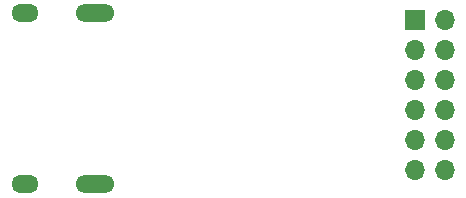
<source format=gbr>
%TF.GenerationSoftware,KiCad,Pcbnew,7.0.10*%
%TF.CreationDate,2024-01-20T12:44:41+00:00*%
%TF.ProjectId,arty_hdmi_pmod,61727479-5f68-4646-9d69-5f706d6f642e,rev?*%
%TF.SameCoordinates,Original*%
%TF.FileFunction,Soldermask,Bot*%
%TF.FilePolarity,Negative*%
%FSLAX46Y46*%
G04 Gerber Fmt 4.6, Leading zero omitted, Abs format (unit mm)*
G04 Created by KiCad (PCBNEW 7.0.10) date 2024-01-20 12:44:41*
%MOMM*%
%LPD*%
G01*
G04 APERTURE LIST*
%ADD10O,3.300000X1.500000*%
%ADD11O,2.300000X1.500000*%
%ADD12R,1.700000X1.700000*%
%ADD13O,1.700000X1.700000*%
G04 APERTURE END LIST*
D10*
%TO.C,J1*%
X87240000Y-62990000D03*
X87240000Y-48490000D03*
D11*
X81280000Y-62990000D03*
X81280000Y-48490000D03*
%TD*%
D12*
%TO.C,J2*%
X114300000Y-49040000D03*
D13*
X116840000Y-49040000D03*
X114300000Y-51580000D03*
X116840000Y-51580000D03*
X114300000Y-54120000D03*
X116840000Y-54120000D03*
X114300000Y-56660000D03*
X116840000Y-56660000D03*
X114300000Y-59200000D03*
X116840000Y-59200000D03*
X114300000Y-61740000D03*
X116840000Y-61740000D03*
%TD*%
M02*

</source>
